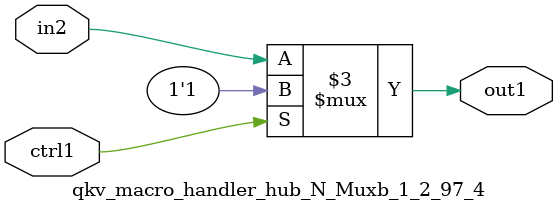
<source format=v>

`timescale 1ps / 1ps


module qkv_macro_handler_hub_N_Muxb_1_2_97_4( in2, ctrl1, out1 );

    input in2;
    input ctrl1;
    output out1;
    reg out1;

    
    // rtl_process:qkv_macro_handler_hub_N_Muxb_1_2_97_4/qkv_macro_handler_hub_N_Muxb_1_2_97_4_thread_1
    always @*
      begin : qkv_macro_handler_hub_N_Muxb_1_2_97_4_thread_1
        case (ctrl1) 
          1'b1: 
            begin
              out1 = 1'b1;
            end
          default: 
            begin
              out1 = in2;
            end
        endcase
      end

endmodule



</source>
